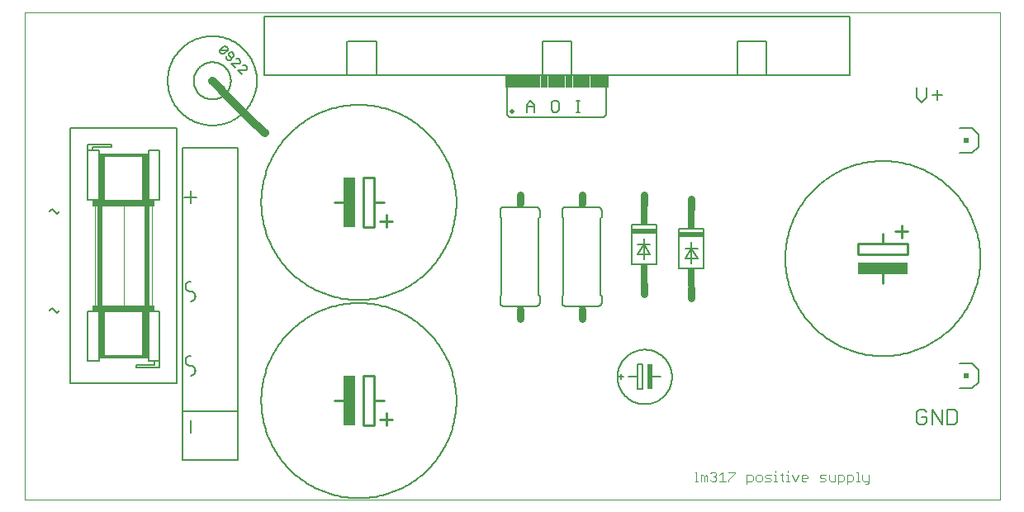
<source format=gto>
G75*
%MOIN*%
%OFA0B0*%
%FSLAX25Y25*%
%IPPOS*%
%LPD*%
%AMOC8*
5,1,8,0,0,1.08239X$1,22.5*
%
%ADD10C,0.00300*%
%ADD11C,0.00500*%
%ADD12C,0.00600*%
%ADD13C,0.00200*%
%ADD14R,0.16000X0.01500*%
%ADD15R,0.00500X0.03500*%
%ADD16R,0.04500X0.02500*%
%ADD17R,0.16000X0.02500*%
%ADD18R,0.02000X0.40000*%
%ADD19R,0.00500X0.15500*%
%ADD20R,0.02000X0.19000*%
%ADD21C,0.03000*%
%ADD22R,0.03000X0.01100*%
%ADD23C,0.03200*%
%ADD24R,0.20200X0.03200*%
%ADD25C,0.00000*%
%ADD26C,0.00800*%
%ADD27R,0.02000X0.02000*%
%ADD28R,0.10000X0.02000*%
%ADD29R,0.03000X0.07500*%
%ADD30C,0.01000*%
%ADD31R,0.05000X0.20000*%
%ADD32R,0.20000X0.05000*%
%ADD33C,0.02000*%
%ADD34R,0.07500X0.05000*%
%ADD35R,0.07000X0.03000*%
%ADD36R,0.03000X0.05000*%
%ADD37R,0.07000X0.02000*%
%ADD38R,0.02000X0.10000*%
D10*
X0275738Y0015652D02*
X0276972Y0015652D01*
X0276355Y0015652D02*
X0276355Y0019355D01*
X0275738Y0019355D01*
X0278193Y0018121D02*
X0278810Y0018121D01*
X0279428Y0017504D01*
X0280045Y0018121D01*
X0280662Y0017504D01*
X0280662Y0015652D01*
X0279428Y0015652D02*
X0279428Y0017504D01*
X0278193Y0018121D02*
X0278193Y0015652D01*
X0281876Y0016269D02*
X0282493Y0015652D01*
X0283728Y0015652D01*
X0284345Y0016269D01*
X0284345Y0016886D01*
X0283728Y0017504D01*
X0283111Y0017504D01*
X0283728Y0017504D02*
X0284345Y0018121D01*
X0284345Y0018738D01*
X0283728Y0019355D01*
X0282493Y0019355D01*
X0281876Y0018738D01*
X0285559Y0018121D02*
X0286794Y0019355D01*
X0286794Y0015652D01*
X0288028Y0015652D02*
X0285559Y0015652D01*
X0289243Y0015652D02*
X0289243Y0016269D01*
X0291711Y0018738D01*
X0291711Y0019355D01*
X0289243Y0019355D01*
X0296609Y0018121D02*
X0298460Y0018121D01*
X0299078Y0017504D01*
X0299078Y0016269D01*
X0298460Y0015652D01*
X0296609Y0015652D01*
X0296609Y0014418D02*
X0296609Y0018121D01*
X0300292Y0017504D02*
X0300292Y0016269D01*
X0300909Y0015652D01*
X0302144Y0015652D01*
X0302761Y0016269D01*
X0302761Y0017504D01*
X0302144Y0018121D01*
X0300909Y0018121D01*
X0300292Y0017504D01*
X0303975Y0017504D02*
X0304592Y0016886D01*
X0305827Y0016886D01*
X0306444Y0016269D01*
X0305827Y0015652D01*
X0303975Y0015652D01*
X0303975Y0017504D02*
X0304592Y0018121D01*
X0306444Y0018121D01*
X0307658Y0018121D02*
X0308275Y0018121D01*
X0308275Y0015652D01*
X0307658Y0015652D02*
X0308893Y0015652D01*
X0310731Y0016269D02*
X0310731Y0018738D01*
X0310114Y0018121D02*
X0311348Y0018121D01*
X0312569Y0018121D02*
X0313186Y0018121D01*
X0313186Y0015652D01*
X0312569Y0015652D02*
X0313804Y0015652D01*
X0316259Y0015652D02*
X0317493Y0018121D01*
X0318708Y0017504D02*
X0318708Y0016269D01*
X0319325Y0015652D01*
X0320559Y0015652D01*
X0321176Y0016886D02*
X0318708Y0016886D01*
X0318708Y0017504D02*
X0319325Y0018121D01*
X0320559Y0018121D01*
X0321176Y0017504D01*
X0321176Y0016886D01*
X0316259Y0015652D02*
X0315025Y0018121D01*
X0313186Y0019355D02*
X0313186Y0019972D01*
X0308275Y0019972D02*
X0308275Y0019355D01*
X0310731Y0016269D02*
X0311348Y0015652D01*
X0326074Y0015652D02*
X0327926Y0015652D01*
X0328543Y0016269D01*
X0327926Y0016886D01*
X0326691Y0016886D01*
X0326074Y0017504D01*
X0326691Y0018121D01*
X0328543Y0018121D01*
X0329757Y0018121D02*
X0329757Y0016269D01*
X0330374Y0015652D01*
X0332226Y0015652D01*
X0332226Y0018121D01*
X0333440Y0018121D02*
X0335292Y0018121D01*
X0335909Y0017504D01*
X0335909Y0016269D01*
X0335292Y0015652D01*
X0333440Y0015652D01*
X0333440Y0014418D02*
X0333440Y0018121D01*
X0337123Y0018121D02*
X0338975Y0018121D01*
X0339592Y0017504D01*
X0339592Y0016269D01*
X0338975Y0015652D01*
X0337123Y0015652D01*
X0337123Y0014418D02*
X0337123Y0018121D01*
X0340807Y0019355D02*
X0341424Y0019355D01*
X0341424Y0015652D01*
X0340807Y0015652D02*
X0342041Y0015652D01*
X0343262Y0016269D02*
X0343879Y0015652D01*
X0345731Y0015652D01*
X0345731Y0015035D02*
X0345114Y0014418D01*
X0344496Y0014418D01*
X0345731Y0015035D02*
X0345731Y0018121D01*
X0343262Y0018121D02*
X0343262Y0016269D01*
D11*
X0366304Y0038390D02*
X0365287Y0039407D01*
X0365287Y0043477D01*
X0366304Y0044495D01*
X0368339Y0044495D01*
X0369357Y0043477D01*
X0369357Y0041442D02*
X0367322Y0041442D01*
X0369357Y0041442D02*
X0369357Y0039407D01*
X0368339Y0038390D01*
X0366304Y0038390D01*
X0371364Y0038390D02*
X0371364Y0044495D01*
X0375434Y0038390D01*
X0375434Y0044495D01*
X0377441Y0044495D02*
X0380494Y0044495D01*
X0381511Y0043477D01*
X0381511Y0039407D01*
X0380494Y0038390D01*
X0377441Y0038390D01*
X0377441Y0044495D01*
X0229248Y0164650D02*
X0227747Y0164650D01*
X0228498Y0164650D02*
X0228498Y0169153D01*
X0229248Y0169153D02*
X0227747Y0169153D01*
X0220750Y0168403D02*
X0220750Y0165400D01*
X0219999Y0164650D01*
X0218498Y0164650D01*
X0217747Y0165400D01*
X0217747Y0168403D01*
X0218498Y0169153D01*
X0219999Y0169153D01*
X0220750Y0168403D01*
X0210750Y0167652D02*
X0210750Y0164650D01*
X0210750Y0166902D02*
X0207747Y0166902D01*
X0207747Y0167652D02*
X0209248Y0169153D01*
X0210750Y0167652D01*
X0207747Y0167652D02*
X0207747Y0164650D01*
X0214131Y0179557D02*
X0214131Y0193140D01*
X0225942Y0193140D01*
X0225942Y0179557D01*
X0214131Y0179557D01*
X0147202Y0179557D01*
X0135037Y0179557D01*
X0135037Y0193140D01*
X0135391Y0193140D02*
X0147202Y0193140D01*
X0147202Y0179557D01*
X0135037Y0179557D02*
X0101926Y0179557D01*
X0101926Y0203179D01*
X0338147Y0203179D01*
X0338147Y0179557D01*
X0304682Y0179557D01*
X0304682Y0193140D01*
X0292871Y0193140D01*
X0292871Y0179557D01*
X0304682Y0179557D01*
X0292871Y0179557D02*
X0225942Y0179557D01*
X0094898Y0181902D02*
X0094898Y0182728D01*
X0094072Y0183554D01*
X0093246Y0183554D01*
X0092293Y0184507D02*
X0092293Y0185332D01*
X0091468Y0186158D01*
X0090642Y0186158D01*
X0089689Y0187111D02*
X0089689Y0187937D01*
X0088863Y0188762D01*
X0088038Y0188762D01*
X0087625Y0188350D01*
X0087625Y0187524D01*
X0088863Y0186285D01*
X0088038Y0185460D02*
X0089689Y0187111D01*
X0088038Y0185460D02*
X0087212Y0185460D01*
X0086386Y0186285D01*
X0086386Y0187111D01*
X0085433Y0188064D02*
X0084608Y0188064D01*
X0083782Y0188890D01*
X0083782Y0189716D01*
X0087085Y0189716D01*
X0085433Y0188064D01*
X0083782Y0189716D02*
X0085433Y0191367D01*
X0086259Y0191367D01*
X0087085Y0190541D01*
X0087085Y0189716D01*
X0088578Y0184094D02*
X0091881Y0184094D01*
X0092293Y0184507D01*
X0090229Y0182443D02*
X0088578Y0184094D01*
X0091182Y0181490D02*
X0094485Y0181490D01*
X0094898Y0181902D01*
X0092834Y0179838D02*
X0091182Y0181490D01*
X0019357Y0124495D02*
X0018339Y0123477D01*
X0016304Y0125513D01*
X0015287Y0124495D01*
X0016304Y0085513D02*
X0018339Y0083477D01*
X0019357Y0084495D01*
X0016304Y0085513D02*
X0015287Y0084495D01*
X0365287Y0170425D02*
X0367322Y0168390D01*
X0369357Y0170425D01*
X0369357Y0174495D01*
X0371364Y0171442D02*
X0375434Y0171442D01*
X0373399Y0173477D02*
X0373399Y0169407D01*
X0365287Y0170425D02*
X0365287Y0174495D01*
D12*
X0279328Y0117715D02*
X0269328Y0117715D01*
X0269328Y0101715D01*
X0279328Y0101715D01*
X0279328Y0117715D01*
X0274328Y0112215D02*
X0274328Y0109715D01*
X0271828Y0109715D01*
X0274328Y0109715D02*
X0276828Y0109715D01*
X0274328Y0109715D02*
X0276828Y0105715D01*
X0271828Y0105715D01*
X0274328Y0109715D01*
X0274328Y0103715D01*
X0260037Y0103053D02*
X0260037Y0119053D01*
X0250037Y0119053D01*
X0250037Y0103053D01*
X0260037Y0103053D01*
X0255037Y0105053D02*
X0255037Y0111053D01*
X0252537Y0111053D01*
X0255037Y0111053D02*
X0255037Y0113553D01*
X0255037Y0111053D02*
X0257537Y0111053D01*
X0255037Y0111053D02*
X0257537Y0107053D01*
X0252537Y0107053D01*
X0255037Y0111053D01*
X0238037Y0122329D02*
X0237537Y0121829D01*
X0237537Y0090829D01*
X0238037Y0090329D01*
X0238037Y0087829D01*
X0238035Y0087753D01*
X0238029Y0087677D01*
X0238020Y0087602D01*
X0238006Y0087527D01*
X0237989Y0087453D01*
X0237968Y0087380D01*
X0237944Y0087308D01*
X0237915Y0087237D01*
X0237884Y0087168D01*
X0237849Y0087101D01*
X0237810Y0087036D01*
X0237768Y0086972D01*
X0237723Y0086911D01*
X0237675Y0086852D01*
X0237624Y0086796D01*
X0237570Y0086742D01*
X0237514Y0086691D01*
X0237455Y0086643D01*
X0237394Y0086598D01*
X0237330Y0086556D01*
X0237265Y0086517D01*
X0237198Y0086482D01*
X0237129Y0086451D01*
X0237058Y0086422D01*
X0236986Y0086398D01*
X0236913Y0086377D01*
X0236839Y0086360D01*
X0236764Y0086346D01*
X0236689Y0086337D01*
X0236613Y0086331D01*
X0236537Y0086329D01*
X0223537Y0086329D01*
X0223461Y0086331D01*
X0223385Y0086337D01*
X0223310Y0086346D01*
X0223235Y0086360D01*
X0223161Y0086377D01*
X0223088Y0086398D01*
X0223016Y0086422D01*
X0222945Y0086451D01*
X0222876Y0086482D01*
X0222809Y0086517D01*
X0222744Y0086556D01*
X0222680Y0086598D01*
X0222619Y0086643D01*
X0222560Y0086691D01*
X0222504Y0086742D01*
X0222450Y0086796D01*
X0222399Y0086852D01*
X0222351Y0086911D01*
X0222306Y0086972D01*
X0222264Y0087036D01*
X0222225Y0087101D01*
X0222190Y0087168D01*
X0222159Y0087237D01*
X0222130Y0087308D01*
X0222106Y0087380D01*
X0222085Y0087453D01*
X0222068Y0087527D01*
X0222054Y0087602D01*
X0222045Y0087677D01*
X0222039Y0087753D01*
X0222037Y0087829D01*
X0222037Y0090329D01*
X0222537Y0090829D01*
X0222537Y0121829D01*
X0222037Y0122329D01*
X0222037Y0124829D01*
X0222039Y0124905D01*
X0222045Y0124981D01*
X0222054Y0125056D01*
X0222068Y0125131D01*
X0222085Y0125205D01*
X0222106Y0125278D01*
X0222130Y0125350D01*
X0222159Y0125421D01*
X0222190Y0125490D01*
X0222225Y0125557D01*
X0222264Y0125622D01*
X0222306Y0125686D01*
X0222351Y0125747D01*
X0222399Y0125806D01*
X0222450Y0125862D01*
X0222504Y0125916D01*
X0222560Y0125967D01*
X0222619Y0126015D01*
X0222680Y0126060D01*
X0222744Y0126102D01*
X0222809Y0126141D01*
X0222876Y0126176D01*
X0222945Y0126207D01*
X0223016Y0126236D01*
X0223088Y0126260D01*
X0223161Y0126281D01*
X0223235Y0126298D01*
X0223310Y0126312D01*
X0223385Y0126321D01*
X0223461Y0126327D01*
X0223537Y0126329D01*
X0236537Y0126329D01*
X0236613Y0126327D01*
X0236689Y0126321D01*
X0236764Y0126312D01*
X0236839Y0126298D01*
X0236913Y0126281D01*
X0236986Y0126260D01*
X0237058Y0126236D01*
X0237129Y0126207D01*
X0237198Y0126176D01*
X0237265Y0126141D01*
X0237330Y0126102D01*
X0237394Y0126060D01*
X0237455Y0126015D01*
X0237514Y0125967D01*
X0237570Y0125916D01*
X0237624Y0125862D01*
X0237675Y0125806D01*
X0237723Y0125747D01*
X0237768Y0125686D01*
X0237810Y0125622D01*
X0237849Y0125557D01*
X0237884Y0125490D01*
X0237915Y0125421D01*
X0237944Y0125350D01*
X0237968Y0125278D01*
X0237989Y0125205D01*
X0238006Y0125131D01*
X0238020Y0125056D01*
X0238029Y0124981D01*
X0238035Y0124905D01*
X0238037Y0124829D01*
X0238037Y0122329D01*
X0213037Y0122329D02*
X0212537Y0121829D01*
X0212537Y0090829D01*
X0213037Y0090329D01*
X0213037Y0087829D01*
X0213035Y0087753D01*
X0213029Y0087677D01*
X0213020Y0087602D01*
X0213006Y0087527D01*
X0212989Y0087453D01*
X0212968Y0087380D01*
X0212944Y0087308D01*
X0212915Y0087237D01*
X0212884Y0087168D01*
X0212849Y0087101D01*
X0212810Y0087036D01*
X0212768Y0086972D01*
X0212723Y0086911D01*
X0212675Y0086852D01*
X0212624Y0086796D01*
X0212570Y0086742D01*
X0212514Y0086691D01*
X0212455Y0086643D01*
X0212394Y0086598D01*
X0212330Y0086556D01*
X0212265Y0086517D01*
X0212198Y0086482D01*
X0212129Y0086451D01*
X0212058Y0086422D01*
X0211986Y0086398D01*
X0211913Y0086377D01*
X0211839Y0086360D01*
X0211764Y0086346D01*
X0211689Y0086337D01*
X0211613Y0086331D01*
X0211537Y0086329D01*
X0198537Y0086329D01*
X0198461Y0086331D01*
X0198385Y0086337D01*
X0198310Y0086346D01*
X0198235Y0086360D01*
X0198161Y0086377D01*
X0198088Y0086398D01*
X0198016Y0086422D01*
X0197945Y0086451D01*
X0197876Y0086482D01*
X0197809Y0086517D01*
X0197744Y0086556D01*
X0197680Y0086598D01*
X0197619Y0086643D01*
X0197560Y0086691D01*
X0197504Y0086742D01*
X0197450Y0086796D01*
X0197399Y0086852D01*
X0197351Y0086911D01*
X0197306Y0086972D01*
X0197264Y0087036D01*
X0197225Y0087101D01*
X0197190Y0087168D01*
X0197159Y0087237D01*
X0197130Y0087308D01*
X0197106Y0087380D01*
X0197085Y0087453D01*
X0197068Y0087527D01*
X0197054Y0087602D01*
X0197045Y0087677D01*
X0197039Y0087753D01*
X0197037Y0087829D01*
X0197037Y0090329D01*
X0197537Y0090829D01*
X0197537Y0121829D01*
X0197037Y0122329D01*
X0197037Y0124829D01*
X0197039Y0124905D01*
X0197045Y0124981D01*
X0197054Y0125056D01*
X0197068Y0125131D01*
X0197085Y0125205D01*
X0197106Y0125278D01*
X0197130Y0125350D01*
X0197159Y0125421D01*
X0197190Y0125490D01*
X0197225Y0125557D01*
X0197264Y0125622D01*
X0197306Y0125686D01*
X0197351Y0125747D01*
X0197399Y0125806D01*
X0197450Y0125862D01*
X0197504Y0125916D01*
X0197560Y0125967D01*
X0197619Y0126015D01*
X0197680Y0126060D01*
X0197744Y0126102D01*
X0197809Y0126141D01*
X0197876Y0126176D01*
X0197945Y0126207D01*
X0198016Y0126236D01*
X0198088Y0126260D01*
X0198161Y0126281D01*
X0198235Y0126298D01*
X0198310Y0126312D01*
X0198385Y0126321D01*
X0198461Y0126327D01*
X0198537Y0126329D01*
X0211537Y0126329D01*
X0211613Y0126327D01*
X0211689Y0126321D01*
X0211764Y0126312D01*
X0211839Y0126298D01*
X0211913Y0126281D01*
X0211986Y0126260D01*
X0212058Y0126236D01*
X0212129Y0126207D01*
X0212198Y0126176D01*
X0212265Y0126141D01*
X0212330Y0126102D01*
X0212394Y0126060D01*
X0212455Y0126015D01*
X0212514Y0125967D01*
X0212570Y0125916D01*
X0212624Y0125862D01*
X0212675Y0125806D01*
X0212723Y0125747D01*
X0212768Y0125686D01*
X0212810Y0125622D01*
X0212849Y0125557D01*
X0212884Y0125490D01*
X0212915Y0125421D01*
X0212944Y0125350D01*
X0212968Y0125278D01*
X0212989Y0125205D01*
X0213006Y0125131D01*
X0213020Y0125056D01*
X0213029Y0124981D01*
X0213035Y0124905D01*
X0213037Y0124829D01*
X0213037Y0122329D01*
X0200997Y0162400D02*
X0199997Y0163400D01*
X0199997Y0174900D01*
X0200997Y0162400D02*
X0238997Y0162400D01*
X0239997Y0163400D01*
X0239997Y0174900D01*
X0100667Y0128140D02*
X0100679Y0129106D01*
X0100714Y0130072D01*
X0100774Y0131036D01*
X0100857Y0131999D01*
X0100963Y0132959D01*
X0101093Y0133917D01*
X0101247Y0134871D01*
X0101423Y0135821D01*
X0101624Y0136766D01*
X0101847Y0137706D01*
X0102093Y0138640D01*
X0102362Y0139569D01*
X0102654Y0140490D01*
X0102968Y0141403D01*
X0103305Y0142309D01*
X0103664Y0143206D01*
X0104045Y0144094D01*
X0104447Y0144973D01*
X0104871Y0145841D01*
X0105316Y0146699D01*
X0105782Y0147545D01*
X0106268Y0148380D01*
X0106775Y0149203D01*
X0107302Y0150013D01*
X0107849Y0150810D01*
X0108415Y0151593D01*
X0109000Y0152362D01*
X0109604Y0153116D01*
X0110226Y0153855D01*
X0110866Y0154579D01*
X0111523Y0155287D01*
X0112198Y0155979D01*
X0112890Y0156654D01*
X0113598Y0157311D01*
X0114322Y0157951D01*
X0115061Y0158573D01*
X0115815Y0159177D01*
X0116584Y0159762D01*
X0117367Y0160328D01*
X0118164Y0160875D01*
X0118974Y0161402D01*
X0119797Y0161909D01*
X0120632Y0162395D01*
X0121478Y0162861D01*
X0122336Y0163306D01*
X0123204Y0163730D01*
X0124083Y0164132D01*
X0124971Y0164513D01*
X0125868Y0164872D01*
X0126774Y0165209D01*
X0127687Y0165523D01*
X0128608Y0165815D01*
X0129537Y0166084D01*
X0130471Y0166330D01*
X0131411Y0166553D01*
X0132356Y0166754D01*
X0133306Y0166930D01*
X0134260Y0167084D01*
X0135218Y0167214D01*
X0136178Y0167320D01*
X0137141Y0167403D01*
X0138105Y0167463D01*
X0139071Y0167498D01*
X0140037Y0167510D01*
X0141003Y0167498D01*
X0141969Y0167463D01*
X0142933Y0167403D01*
X0143896Y0167320D01*
X0144856Y0167214D01*
X0145814Y0167084D01*
X0146768Y0166930D01*
X0147718Y0166754D01*
X0148663Y0166553D01*
X0149603Y0166330D01*
X0150537Y0166084D01*
X0151466Y0165815D01*
X0152387Y0165523D01*
X0153300Y0165209D01*
X0154206Y0164872D01*
X0155103Y0164513D01*
X0155991Y0164132D01*
X0156870Y0163730D01*
X0157738Y0163306D01*
X0158596Y0162861D01*
X0159442Y0162395D01*
X0160277Y0161909D01*
X0161100Y0161402D01*
X0161910Y0160875D01*
X0162707Y0160328D01*
X0163490Y0159762D01*
X0164259Y0159177D01*
X0165013Y0158573D01*
X0165752Y0157951D01*
X0166476Y0157311D01*
X0167184Y0156654D01*
X0167876Y0155979D01*
X0168551Y0155287D01*
X0169208Y0154579D01*
X0169848Y0153855D01*
X0170470Y0153116D01*
X0171074Y0152362D01*
X0171659Y0151593D01*
X0172225Y0150810D01*
X0172772Y0150013D01*
X0173299Y0149203D01*
X0173806Y0148380D01*
X0174292Y0147545D01*
X0174758Y0146699D01*
X0175203Y0145841D01*
X0175627Y0144973D01*
X0176029Y0144094D01*
X0176410Y0143206D01*
X0176769Y0142309D01*
X0177106Y0141403D01*
X0177420Y0140490D01*
X0177712Y0139569D01*
X0177981Y0138640D01*
X0178227Y0137706D01*
X0178450Y0136766D01*
X0178651Y0135821D01*
X0178827Y0134871D01*
X0178981Y0133917D01*
X0179111Y0132959D01*
X0179217Y0131999D01*
X0179300Y0131036D01*
X0179360Y0130072D01*
X0179395Y0129106D01*
X0179407Y0128140D01*
X0179395Y0127174D01*
X0179360Y0126208D01*
X0179300Y0125244D01*
X0179217Y0124281D01*
X0179111Y0123321D01*
X0178981Y0122363D01*
X0178827Y0121409D01*
X0178651Y0120459D01*
X0178450Y0119514D01*
X0178227Y0118574D01*
X0177981Y0117640D01*
X0177712Y0116711D01*
X0177420Y0115790D01*
X0177106Y0114877D01*
X0176769Y0113971D01*
X0176410Y0113074D01*
X0176029Y0112186D01*
X0175627Y0111307D01*
X0175203Y0110439D01*
X0174758Y0109581D01*
X0174292Y0108735D01*
X0173806Y0107900D01*
X0173299Y0107077D01*
X0172772Y0106267D01*
X0172225Y0105470D01*
X0171659Y0104687D01*
X0171074Y0103918D01*
X0170470Y0103164D01*
X0169848Y0102425D01*
X0169208Y0101701D01*
X0168551Y0100993D01*
X0167876Y0100301D01*
X0167184Y0099626D01*
X0166476Y0098969D01*
X0165752Y0098329D01*
X0165013Y0097707D01*
X0164259Y0097103D01*
X0163490Y0096518D01*
X0162707Y0095952D01*
X0161910Y0095405D01*
X0161100Y0094878D01*
X0160277Y0094371D01*
X0159442Y0093885D01*
X0158596Y0093419D01*
X0157738Y0092974D01*
X0156870Y0092550D01*
X0155991Y0092148D01*
X0155103Y0091767D01*
X0154206Y0091408D01*
X0153300Y0091071D01*
X0152387Y0090757D01*
X0151466Y0090465D01*
X0150537Y0090196D01*
X0149603Y0089950D01*
X0148663Y0089727D01*
X0147718Y0089526D01*
X0146768Y0089350D01*
X0145814Y0089196D01*
X0144856Y0089066D01*
X0143896Y0088960D01*
X0142933Y0088877D01*
X0141969Y0088817D01*
X0141003Y0088782D01*
X0140037Y0088770D01*
X0139071Y0088782D01*
X0138105Y0088817D01*
X0137141Y0088877D01*
X0136178Y0088960D01*
X0135218Y0089066D01*
X0134260Y0089196D01*
X0133306Y0089350D01*
X0132356Y0089526D01*
X0131411Y0089727D01*
X0130471Y0089950D01*
X0129537Y0090196D01*
X0128608Y0090465D01*
X0127687Y0090757D01*
X0126774Y0091071D01*
X0125868Y0091408D01*
X0124971Y0091767D01*
X0124083Y0092148D01*
X0123204Y0092550D01*
X0122336Y0092974D01*
X0121478Y0093419D01*
X0120632Y0093885D01*
X0119797Y0094371D01*
X0118974Y0094878D01*
X0118164Y0095405D01*
X0117367Y0095952D01*
X0116584Y0096518D01*
X0115815Y0097103D01*
X0115061Y0097707D01*
X0114322Y0098329D01*
X0113598Y0098969D01*
X0112890Y0099626D01*
X0112198Y0100301D01*
X0111523Y0100993D01*
X0110866Y0101701D01*
X0110226Y0102425D01*
X0109604Y0103164D01*
X0109000Y0103918D01*
X0108415Y0104687D01*
X0107849Y0105470D01*
X0107302Y0106267D01*
X0106775Y0107077D01*
X0106268Y0107900D01*
X0105782Y0108735D01*
X0105316Y0109581D01*
X0104871Y0110439D01*
X0104447Y0111307D01*
X0104045Y0112186D01*
X0103664Y0113074D01*
X0103305Y0113971D01*
X0102968Y0114877D01*
X0102654Y0115790D01*
X0102362Y0116711D01*
X0102093Y0117640D01*
X0101847Y0118574D01*
X0101624Y0119514D01*
X0101423Y0120459D01*
X0101247Y0121409D01*
X0101093Y0122363D01*
X0100963Y0123321D01*
X0100857Y0124281D01*
X0100774Y0125244D01*
X0100714Y0126208D01*
X0100679Y0127174D01*
X0100667Y0128140D01*
X0074537Y0130289D02*
X0069537Y0130289D01*
X0072037Y0132789D02*
X0072037Y0127789D01*
X0059537Y0129065D02*
X0055037Y0129065D01*
X0055037Y0149065D01*
X0059537Y0149065D01*
X0059537Y0129065D01*
X0035037Y0129065D02*
X0030537Y0129065D01*
X0030537Y0149065D01*
X0030537Y0151565D01*
X0037037Y0151565D01*
X0040037Y0151565D01*
X0040037Y0150565D01*
X0037037Y0150565D01*
X0032537Y0150565D01*
X0032537Y0149065D01*
X0035037Y0149065D01*
X0035037Y0129065D01*
X0032537Y0149065D02*
X0030537Y0149065D01*
X0037037Y0158065D02*
X0023537Y0158065D01*
X0023537Y0055065D01*
X0037037Y0055065D01*
X0053037Y0055065D01*
X0066537Y0055065D01*
X0066537Y0158065D01*
X0053037Y0158065D01*
X0037037Y0158065D01*
X0069013Y0150069D02*
X0069013Y0024085D01*
X0091060Y0024085D01*
X0091060Y0150069D01*
X0069013Y0150069D01*
X0073394Y0177282D02*
X0073396Y0177466D01*
X0073403Y0177650D01*
X0073414Y0177834D01*
X0073430Y0178017D01*
X0073450Y0178200D01*
X0073475Y0178382D01*
X0073504Y0178564D01*
X0073538Y0178745D01*
X0073576Y0178925D01*
X0073619Y0179104D01*
X0073666Y0179282D01*
X0073717Y0179459D01*
X0073773Y0179635D01*
X0073832Y0179809D01*
X0073897Y0179981D01*
X0073965Y0180152D01*
X0074037Y0180321D01*
X0074114Y0180489D01*
X0074195Y0180654D01*
X0074280Y0180817D01*
X0074368Y0180979D01*
X0074461Y0181138D01*
X0074558Y0181294D01*
X0074658Y0181449D01*
X0074762Y0181601D01*
X0074870Y0181750D01*
X0074981Y0181896D01*
X0075096Y0182040D01*
X0075215Y0182181D01*
X0075337Y0182319D01*
X0075462Y0182454D01*
X0075591Y0182585D01*
X0075722Y0182714D01*
X0075857Y0182839D01*
X0075995Y0182961D01*
X0076136Y0183080D01*
X0076280Y0183195D01*
X0076426Y0183306D01*
X0076575Y0183414D01*
X0076727Y0183518D01*
X0076882Y0183618D01*
X0077038Y0183715D01*
X0077197Y0183808D01*
X0077359Y0183896D01*
X0077522Y0183981D01*
X0077687Y0184062D01*
X0077855Y0184139D01*
X0078024Y0184211D01*
X0078195Y0184279D01*
X0078367Y0184344D01*
X0078541Y0184403D01*
X0078717Y0184459D01*
X0078894Y0184510D01*
X0079072Y0184557D01*
X0079251Y0184600D01*
X0079431Y0184638D01*
X0079612Y0184672D01*
X0079794Y0184701D01*
X0079976Y0184726D01*
X0080159Y0184746D01*
X0080342Y0184762D01*
X0080526Y0184773D01*
X0080710Y0184780D01*
X0080894Y0184782D01*
X0081078Y0184780D01*
X0081262Y0184773D01*
X0081446Y0184762D01*
X0081629Y0184746D01*
X0081812Y0184726D01*
X0081994Y0184701D01*
X0082176Y0184672D01*
X0082357Y0184638D01*
X0082537Y0184600D01*
X0082716Y0184557D01*
X0082894Y0184510D01*
X0083071Y0184459D01*
X0083247Y0184403D01*
X0083421Y0184344D01*
X0083593Y0184279D01*
X0083764Y0184211D01*
X0083933Y0184139D01*
X0084101Y0184062D01*
X0084266Y0183981D01*
X0084429Y0183896D01*
X0084591Y0183808D01*
X0084750Y0183715D01*
X0084906Y0183618D01*
X0085061Y0183518D01*
X0085213Y0183414D01*
X0085362Y0183306D01*
X0085508Y0183195D01*
X0085652Y0183080D01*
X0085793Y0182961D01*
X0085931Y0182839D01*
X0086066Y0182714D01*
X0086197Y0182585D01*
X0086326Y0182454D01*
X0086451Y0182319D01*
X0086573Y0182181D01*
X0086692Y0182040D01*
X0086807Y0181896D01*
X0086918Y0181750D01*
X0087026Y0181601D01*
X0087130Y0181449D01*
X0087230Y0181294D01*
X0087327Y0181138D01*
X0087420Y0180979D01*
X0087508Y0180817D01*
X0087593Y0180654D01*
X0087674Y0180489D01*
X0087751Y0180321D01*
X0087823Y0180152D01*
X0087891Y0179981D01*
X0087956Y0179809D01*
X0088015Y0179635D01*
X0088071Y0179459D01*
X0088122Y0179282D01*
X0088169Y0179104D01*
X0088212Y0178925D01*
X0088250Y0178745D01*
X0088284Y0178564D01*
X0088313Y0178382D01*
X0088338Y0178200D01*
X0088358Y0178017D01*
X0088374Y0177834D01*
X0088385Y0177650D01*
X0088392Y0177466D01*
X0088394Y0177282D01*
X0088392Y0177098D01*
X0088385Y0176914D01*
X0088374Y0176730D01*
X0088358Y0176547D01*
X0088338Y0176364D01*
X0088313Y0176182D01*
X0088284Y0176000D01*
X0088250Y0175819D01*
X0088212Y0175639D01*
X0088169Y0175460D01*
X0088122Y0175282D01*
X0088071Y0175105D01*
X0088015Y0174929D01*
X0087956Y0174755D01*
X0087891Y0174583D01*
X0087823Y0174412D01*
X0087751Y0174243D01*
X0087674Y0174075D01*
X0087593Y0173910D01*
X0087508Y0173747D01*
X0087420Y0173585D01*
X0087327Y0173426D01*
X0087230Y0173270D01*
X0087130Y0173115D01*
X0087026Y0172963D01*
X0086918Y0172814D01*
X0086807Y0172668D01*
X0086692Y0172524D01*
X0086573Y0172383D01*
X0086451Y0172245D01*
X0086326Y0172110D01*
X0086197Y0171979D01*
X0086066Y0171850D01*
X0085931Y0171725D01*
X0085793Y0171603D01*
X0085652Y0171484D01*
X0085508Y0171369D01*
X0085362Y0171258D01*
X0085213Y0171150D01*
X0085061Y0171046D01*
X0084906Y0170946D01*
X0084750Y0170849D01*
X0084591Y0170756D01*
X0084429Y0170668D01*
X0084266Y0170583D01*
X0084101Y0170502D01*
X0083933Y0170425D01*
X0083764Y0170353D01*
X0083593Y0170285D01*
X0083421Y0170220D01*
X0083247Y0170161D01*
X0083071Y0170105D01*
X0082894Y0170054D01*
X0082716Y0170007D01*
X0082537Y0169964D01*
X0082357Y0169926D01*
X0082176Y0169892D01*
X0081994Y0169863D01*
X0081812Y0169838D01*
X0081629Y0169818D01*
X0081446Y0169802D01*
X0081262Y0169791D01*
X0081078Y0169784D01*
X0080894Y0169782D01*
X0080710Y0169784D01*
X0080526Y0169791D01*
X0080342Y0169802D01*
X0080159Y0169818D01*
X0079976Y0169838D01*
X0079794Y0169863D01*
X0079612Y0169892D01*
X0079431Y0169926D01*
X0079251Y0169964D01*
X0079072Y0170007D01*
X0078894Y0170054D01*
X0078717Y0170105D01*
X0078541Y0170161D01*
X0078367Y0170220D01*
X0078195Y0170285D01*
X0078024Y0170353D01*
X0077855Y0170425D01*
X0077687Y0170502D01*
X0077522Y0170583D01*
X0077359Y0170668D01*
X0077197Y0170756D01*
X0077038Y0170849D01*
X0076882Y0170946D01*
X0076727Y0171046D01*
X0076575Y0171150D01*
X0076426Y0171258D01*
X0076280Y0171369D01*
X0076136Y0171484D01*
X0075995Y0171603D01*
X0075857Y0171725D01*
X0075722Y0171850D01*
X0075591Y0171979D01*
X0075462Y0172110D01*
X0075337Y0172245D01*
X0075215Y0172383D01*
X0075096Y0172524D01*
X0074981Y0172668D01*
X0074870Y0172814D01*
X0074762Y0172963D01*
X0074658Y0173115D01*
X0074558Y0173270D01*
X0074461Y0173426D01*
X0074368Y0173585D01*
X0074280Y0173747D01*
X0074195Y0173910D01*
X0074114Y0174075D01*
X0074037Y0174243D01*
X0073965Y0174412D01*
X0073897Y0174583D01*
X0073832Y0174755D01*
X0073773Y0174929D01*
X0073717Y0175105D01*
X0073666Y0175282D01*
X0073619Y0175460D01*
X0073576Y0175639D01*
X0073538Y0175819D01*
X0073504Y0176000D01*
X0073475Y0176182D01*
X0073450Y0176364D01*
X0073430Y0176547D01*
X0073414Y0176730D01*
X0073403Y0176914D01*
X0073396Y0177098D01*
X0073394Y0177282D01*
X0062894Y0177282D02*
X0062899Y0177724D01*
X0062916Y0178165D01*
X0062943Y0178606D01*
X0062981Y0179046D01*
X0063029Y0179485D01*
X0063089Y0179923D01*
X0063159Y0180359D01*
X0063240Y0180794D01*
X0063331Y0181226D01*
X0063433Y0181656D01*
X0063546Y0182083D01*
X0063669Y0182507D01*
X0063802Y0182928D01*
X0063946Y0183346D01*
X0064100Y0183760D01*
X0064264Y0184170D01*
X0064438Y0184576D01*
X0064622Y0184978D01*
X0064816Y0185375D01*
X0065019Y0185767D01*
X0065232Y0186154D01*
X0065455Y0186536D01*
X0065687Y0186912D01*
X0065928Y0187282D01*
X0066177Y0187647D01*
X0066436Y0188005D01*
X0066704Y0188356D01*
X0066980Y0188701D01*
X0067264Y0189039D01*
X0067557Y0189370D01*
X0067858Y0189694D01*
X0068166Y0190010D01*
X0068482Y0190318D01*
X0068806Y0190619D01*
X0069137Y0190912D01*
X0069475Y0191196D01*
X0069820Y0191472D01*
X0070171Y0191740D01*
X0070529Y0191999D01*
X0070894Y0192248D01*
X0071264Y0192489D01*
X0071640Y0192721D01*
X0072022Y0192944D01*
X0072409Y0193157D01*
X0072801Y0193360D01*
X0073198Y0193554D01*
X0073600Y0193738D01*
X0074006Y0193912D01*
X0074416Y0194076D01*
X0074830Y0194230D01*
X0075248Y0194374D01*
X0075669Y0194507D01*
X0076093Y0194630D01*
X0076520Y0194743D01*
X0076950Y0194845D01*
X0077382Y0194936D01*
X0077817Y0195017D01*
X0078253Y0195087D01*
X0078691Y0195147D01*
X0079130Y0195195D01*
X0079570Y0195233D01*
X0080011Y0195260D01*
X0080452Y0195277D01*
X0080894Y0195282D01*
X0081336Y0195277D01*
X0081777Y0195260D01*
X0082218Y0195233D01*
X0082658Y0195195D01*
X0083097Y0195147D01*
X0083535Y0195087D01*
X0083971Y0195017D01*
X0084406Y0194936D01*
X0084838Y0194845D01*
X0085268Y0194743D01*
X0085695Y0194630D01*
X0086119Y0194507D01*
X0086540Y0194374D01*
X0086958Y0194230D01*
X0087372Y0194076D01*
X0087782Y0193912D01*
X0088188Y0193738D01*
X0088590Y0193554D01*
X0088987Y0193360D01*
X0089379Y0193157D01*
X0089766Y0192944D01*
X0090148Y0192721D01*
X0090524Y0192489D01*
X0090894Y0192248D01*
X0091259Y0191999D01*
X0091617Y0191740D01*
X0091968Y0191472D01*
X0092313Y0191196D01*
X0092651Y0190912D01*
X0092982Y0190619D01*
X0093306Y0190318D01*
X0093622Y0190010D01*
X0093930Y0189694D01*
X0094231Y0189370D01*
X0094524Y0189039D01*
X0094808Y0188701D01*
X0095084Y0188356D01*
X0095352Y0188005D01*
X0095611Y0187647D01*
X0095860Y0187282D01*
X0096101Y0186912D01*
X0096333Y0186536D01*
X0096556Y0186154D01*
X0096769Y0185767D01*
X0096972Y0185375D01*
X0097166Y0184978D01*
X0097350Y0184576D01*
X0097524Y0184170D01*
X0097688Y0183760D01*
X0097842Y0183346D01*
X0097986Y0182928D01*
X0098119Y0182507D01*
X0098242Y0182083D01*
X0098355Y0181656D01*
X0098457Y0181226D01*
X0098548Y0180794D01*
X0098629Y0180359D01*
X0098699Y0179923D01*
X0098759Y0179485D01*
X0098807Y0179046D01*
X0098845Y0178606D01*
X0098872Y0178165D01*
X0098889Y0177724D01*
X0098894Y0177282D01*
X0098889Y0176840D01*
X0098872Y0176399D01*
X0098845Y0175958D01*
X0098807Y0175518D01*
X0098759Y0175079D01*
X0098699Y0174641D01*
X0098629Y0174205D01*
X0098548Y0173770D01*
X0098457Y0173338D01*
X0098355Y0172908D01*
X0098242Y0172481D01*
X0098119Y0172057D01*
X0097986Y0171636D01*
X0097842Y0171218D01*
X0097688Y0170804D01*
X0097524Y0170394D01*
X0097350Y0169988D01*
X0097166Y0169586D01*
X0096972Y0169189D01*
X0096769Y0168797D01*
X0096556Y0168410D01*
X0096333Y0168028D01*
X0096101Y0167652D01*
X0095860Y0167282D01*
X0095611Y0166917D01*
X0095352Y0166559D01*
X0095084Y0166208D01*
X0094808Y0165863D01*
X0094524Y0165525D01*
X0094231Y0165194D01*
X0093930Y0164870D01*
X0093622Y0164554D01*
X0093306Y0164246D01*
X0092982Y0163945D01*
X0092651Y0163652D01*
X0092313Y0163368D01*
X0091968Y0163092D01*
X0091617Y0162824D01*
X0091259Y0162565D01*
X0090894Y0162316D01*
X0090524Y0162075D01*
X0090148Y0161843D01*
X0089766Y0161620D01*
X0089379Y0161407D01*
X0088987Y0161204D01*
X0088590Y0161010D01*
X0088188Y0160826D01*
X0087782Y0160652D01*
X0087372Y0160488D01*
X0086958Y0160334D01*
X0086540Y0160190D01*
X0086119Y0160057D01*
X0085695Y0159934D01*
X0085268Y0159821D01*
X0084838Y0159719D01*
X0084406Y0159628D01*
X0083971Y0159547D01*
X0083535Y0159477D01*
X0083097Y0159417D01*
X0082658Y0159369D01*
X0082218Y0159331D01*
X0081777Y0159304D01*
X0081336Y0159287D01*
X0080894Y0159282D01*
X0080452Y0159287D01*
X0080011Y0159304D01*
X0079570Y0159331D01*
X0079130Y0159369D01*
X0078691Y0159417D01*
X0078253Y0159477D01*
X0077817Y0159547D01*
X0077382Y0159628D01*
X0076950Y0159719D01*
X0076520Y0159821D01*
X0076093Y0159934D01*
X0075669Y0160057D01*
X0075248Y0160190D01*
X0074830Y0160334D01*
X0074416Y0160488D01*
X0074006Y0160652D01*
X0073600Y0160826D01*
X0073198Y0161010D01*
X0072801Y0161204D01*
X0072409Y0161407D01*
X0072022Y0161620D01*
X0071640Y0161843D01*
X0071264Y0162075D01*
X0070894Y0162316D01*
X0070529Y0162565D01*
X0070171Y0162824D01*
X0069820Y0163092D01*
X0069475Y0163368D01*
X0069137Y0163652D01*
X0068806Y0163945D01*
X0068482Y0164246D01*
X0068166Y0164554D01*
X0067858Y0164870D01*
X0067557Y0165194D01*
X0067264Y0165525D01*
X0066980Y0165863D01*
X0066704Y0166208D01*
X0066436Y0166559D01*
X0066177Y0166917D01*
X0065928Y0167282D01*
X0065687Y0167652D01*
X0065455Y0168028D01*
X0065232Y0168410D01*
X0065019Y0168797D01*
X0064816Y0169189D01*
X0064622Y0169586D01*
X0064438Y0169988D01*
X0064264Y0170394D01*
X0064100Y0170804D01*
X0063946Y0171218D01*
X0063802Y0171636D01*
X0063669Y0172057D01*
X0063546Y0172481D01*
X0063433Y0172908D01*
X0063331Y0173338D01*
X0063240Y0173770D01*
X0063159Y0174205D01*
X0063089Y0174641D01*
X0063029Y0175079D01*
X0062981Y0175518D01*
X0062943Y0175958D01*
X0062916Y0176399D01*
X0062899Y0176840D01*
X0062894Y0177282D01*
X0072037Y0096289D02*
X0071949Y0096287D01*
X0071860Y0096281D01*
X0071772Y0096271D01*
X0071685Y0096258D01*
X0071598Y0096240D01*
X0071512Y0096219D01*
X0071427Y0096194D01*
X0071344Y0096165D01*
X0071261Y0096132D01*
X0071181Y0096096D01*
X0071102Y0096057D01*
X0071024Y0096014D01*
X0070949Y0095967D01*
X0070876Y0095917D01*
X0070805Y0095864D01*
X0070736Y0095808D01*
X0070670Y0095749D01*
X0070607Y0095687D01*
X0070547Y0095623D01*
X0070489Y0095556D01*
X0070435Y0095486D01*
X0070383Y0095414D01*
X0070335Y0095340D01*
X0070290Y0095263D01*
X0070249Y0095185D01*
X0070211Y0095105D01*
X0070177Y0095024D01*
X0070146Y0094941D01*
X0070119Y0094856D01*
X0070096Y0094771D01*
X0070077Y0094685D01*
X0070061Y0094597D01*
X0070049Y0094510D01*
X0070041Y0094422D01*
X0070037Y0094333D01*
X0070037Y0094245D01*
X0070041Y0094156D01*
X0070049Y0094068D01*
X0070061Y0093981D01*
X0070077Y0093893D01*
X0070096Y0093807D01*
X0070119Y0093722D01*
X0070146Y0093637D01*
X0070177Y0093554D01*
X0070211Y0093473D01*
X0070249Y0093393D01*
X0070290Y0093315D01*
X0070335Y0093238D01*
X0070383Y0093164D01*
X0070435Y0093092D01*
X0070489Y0093022D01*
X0070547Y0092955D01*
X0070607Y0092891D01*
X0070670Y0092829D01*
X0070736Y0092770D01*
X0070805Y0092714D01*
X0070876Y0092661D01*
X0070949Y0092611D01*
X0071024Y0092564D01*
X0071102Y0092521D01*
X0071181Y0092482D01*
X0071261Y0092446D01*
X0071344Y0092413D01*
X0071427Y0092384D01*
X0071512Y0092359D01*
X0071598Y0092338D01*
X0071685Y0092320D01*
X0071772Y0092307D01*
X0071860Y0092297D01*
X0071949Y0092291D01*
X0072037Y0092289D01*
X0072125Y0092287D01*
X0072214Y0092281D01*
X0072302Y0092271D01*
X0072389Y0092258D01*
X0072476Y0092240D01*
X0072562Y0092219D01*
X0072647Y0092194D01*
X0072730Y0092165D01*
X0072813Y0092132D01*
X0072893Y0092096D01*
X0072972Y0092057D01*
X0073050Y0092014D01*
X0073125Y0091967D01*
X0073198Y0091917D01*
X0073269Y0091864D01*
X0073338Y0091808D01*
X0073404Y0091749D01*
X0073467Y0091687D01*
X0073527Y0091623D01*
X0073585Y0091556D01*
X0073639Y0091486D01*
X0073691Y0091414D01*
X0073739Y0091340D01*
X0073784Y0091263D01*
X0073825Y0091185D01*
X0073863Y0091105D01*
X0073897Y0091024D01*
X0073928Y0090941D01*
X0073955Y0090856D01*
X0073978Y0090771D01*
X0073997Y0090685D01*
X0074013Y0090597D01*
X0074025Y0090510D01*
X0074033Y0090422D01*
X0074037Y0090333D01*
X0074037Y0090245D01*
X0074033Y0090156D01*
X0074025Y0090068D01*
X0074013Y0089981D01*
X0073997Y0089893D01*
X0073978Y0089807D01*
X0073955Y0089722D01*
X0073928Y0089637D01*
X0073897Y0089554D01*
X0073863Y0089473D01*
X0073825Y0089393D01*
X0073784Y0089315D01*
X0073739Y0089238D01*
X0073691Y0089164D01*
X0073639Y0089092D01*
X0073585Y0089022D01*
X0073527Y0088955D01*
X0073467Y0088891D01*
X0073404Y0088829D01*
X0073338Y0088770D01*
X0073269Y0088714D01*
X0073198Y0088661D01*
X0073125Y0088611D01*
X0073050Y0088564D01*
X0072972Y0088521D01*
X0072893Y0088482D01*
X0072813Y0088446D01*
X0072730Y0088413D01*
X0072647Y0088384D01*
X0072562Y0088359D01*
X0072476Y0088338D01*
X0072389Y0088320D01*
X0072302Y0088307D01*
X0072214Y0088297D01*
X0072125Y0088291D01*
X0072037Y0088289D01*
X0059537Y0084065D02*
X0055037Y0084065D01*
X0055037Y0064065D01*
X0057537Y0064065D01*
X0057537Y0062565D01*
X0053037Y0062565D01*
X0050037Y0062565D01*
X0050037Y0061565D01*
X0053037Y0061565D01*
X0059537Y0061565D01*
X0059537Y0064065D01*
X0059537Y0084065D01*
X0035037Y0084065D02*
X0030537Y0084065D01*
X0030537Y0064065D01*
X0035037Y0064065D01*
X0035037Y0084065D01*
X0057537Y0064065D02*
X0059537Y0064065D01*
X0072037Y0062289D02*
X0071949Y0062291D01*
X0071860Y0062297D01*
X0071772Y0062307D01*
X0071685Y0062320D01*
X0071598Y0062338D01*
X0071512Y0062359D01*
X0071427Y0062384D01*
X0071344Y0062413D01*
X0071261Y0062446D01*
X0071181Y0062482D01*
X0071102Y0062521D01*
X0071024Y0062564D01*
X0070949Y0062611D01*
X0070876Y0062661D01*
X0070805Y0062714D01*
X0070736Y0062770D01*
X0070670Y0062829D01*
X0070607Y0062891D01*
X0070547Y0062955D01*
X0070489Y0063022D01*
X0070435Y0063092D01*
X0070383Y0063164D01*
X0070335Y0063238D01*
X0070290Y0063315D01*
X0070249Y0063393D01*
X0070211Y0063473D01*
X0070177Y0063554D01*
X0070146Y0063637D01*
X0070119Y0063722D01*
X0070096Y0063807D01*
X0070077Y0063893D01*
X0070061Y0063981D01*
X0070049Y0064068D01*
X0070041Y0064156D01*
X0070037Y0064245D01*
X0070037Y0064333D01*
X0070041Y0064422D01*
X0070049Y0064510D01*
X0070061Y0064597D01*
X0070077Y0064685D01*
X0070096Y0064771D01*
X0070119Y0064856D01*
X0070146Y0064941D01*
X0070177Y0065024D01*
X0070211Y0065105D01*
X0070249Y0065185D01*
X0070290Y0065263D01*
X0070335Y0065340D01*
X0070383Y0065414D01*
X0070435Y0065486D01*
X0070489Y0065556D01*
X0070547Y0065623D01*
X0070607Y0065687D01*
X0070670Y0065749D01*
X0070736Y0065808D01*
X0070805Y0065864D01*
X0070876Y0065917D01*
X0070949Y0065967D01*
X0071024Y0066014D01*
X0071102Y0066057D01*
X0071181Y0066096D01*
X0071261Y0066132D01*
X0071344Y0066165D01*
X0071427Y0066194D01*
X0071512Y0066219D01*
X0071598Y0066240D01*
X0071685Y0066258D01*
X0071772Y0066271D01*
X0071860Y0066281D01*
X0071949Y0066287D01*
X0072037Y0066289D01*
X0072037Y0062289D02*
X0072125Y0062287D01*
X0072214Y0062281D01*
X0072302Y0062271D01*
X0072389Y0062258D01*
X0072476Y0062240D01*
X0072562Y0062219D01*
X0072647Y0062194D01*
X0072730Y0062165D01*
X0072813Y0062132D01*
X0072893Y0062096D01*
X0072972Y0062057D01*
X0073050Y0062014D01*
X0073125Y0061967D01*
X0073198Y0061917D01*
X0073269Y0061864D01*
X0073338Y0061808D01*
X0073404Y0061749D01*
X0073467Y0061687D01*
X0073527Y0061623D01*
X0073585Y0061556D01*
X0073639Y0061486D01*
X0073691Y0061414D01*
X0073739Y0061340D01*
X0073784Y0061263D01*
X0073825Y0061185D01*
X0073863Y0061105D01*
X0073897Y0061024D01*
X0073928Y0060941D01*
X0073955Y0060856D01*
X0073978Y0060771D01*
X0073997Y0060685D01*
X0074013Y0060597D01*
X0074025Y0060510D01*
X0074033Y0060422D01*
X0074037Y0060333D01*
X0074037Y0060245D01*
X0074033Y0060156D01*
X0074025Y0060068D01*
X0074013Y0059981D01*
X0073997Y0059893D01*
X0073978Y0059807D01*
X0073955Y0059722D01*
X0073928Y0059637D01*
X0073897Y0059554D01*
X0073863Y0059473D01*
X0073825Y0059393D01*
X0073784Y0059315D01*
X0073739Y0059238D01*
X0073691Y0059164D01*
X0073639Y0059092D01*
X0073585Y0059022D01*
X0073527Y0058955D01*
X0073467Y0058891D01*
X0073404Y0058829D01*
X0073338Y0058770D01*
X0073269Y0058714D01*
X0073198Y0058661D01*
X0073125Y0058611D01*
X0073050Y0058564D01*
X0072972Y0058521D01*
X0072893Y0058482D01*
X0072813Y0058446D01*
X0072730Y0058413D01*
X0072647Y0058384D01*
X0072562Y0058359D01*
X0072476Y0058338D01*
X0072389Y0058320D01*
X0072302Y0058307D01*
X0072214Y0058297D01*
X0072125Y0058291D01*
X0072037Y0058289D01*
X0069013Y0043770D02*
X0091060Y0043770D01*
X0072037Y0040289D02*
X0072037Y0035289D01*
X0100667Y0048140D02*
X0100679Y0049106D01*
X0100714Y0050072D01*
X0100774Y0051036D01*
X0100857Y0051999D01*
X0100963Y0052959D01*
X0101093Y0053917D01*
X0101247Y0054871D01*
X0101423Y0055821D01*
X0101624Y0056766D01*
X0101847Y0057706D01*
X0102093Y0058640D01*
X0102362Y0059569D01*
X0102654Y0060490D01*
X0102968Y0061403D01*
X0103305Y0062309D01*
X0103664Y0063206D01*
X0104045Y0064094D01*
X0104447Y0064973D01*
X0104871Y0065841D01*
X0105316Y0066699D01*
X0105782Y0067545D01*
X0106268Y0068380D01*
X0106775Y0069203D01*
X0107302Y0070013D01*
X0107849Y0070810D01*
X0108415Y0071593D01*
X0109000Y0072362D01*
X0109604Y0073116D01*
X0110226Y0073855D01*
X0110866Y0074579D01*
X0111523Y0075287D01*
X0112198Y0075979D01*
X0112890Y0076654D01*
X0113598Y0077311D01*
X0114322Y0077951D01*
X0115061Y0078573D01*
X0115815Y0079177D01*
X0116584Y0079762D01*
X0117367Y0080328D01*
X0118164Y0080875D01*
X0118974Y0081402D01*
X0119797Y0081909D01*
X0120632Y0082395D01*
X0121478Y0082861D01*
X0122336Y0083306D01*
X0123204Y0083730D01*
X0124083Y0084132D01*
X0124971Y0084513D01*
X0125868Y0084872D01*
X0126774Y0085209D01*
X0127687Y0085523D01*
X0128608Y0085815D01*
X0129537Y0086084D01*
X0130471Y0086330D01*
X0131411Y0086553D01*
X0132356Y0086754D01*
X0133306Y0086930D01*
X0134260Y0087084D01*
X0135218Y0087214D01*
X0136178Y0087320D01*
X0137141Y0087403D01*
X0138105Y0087463D01*
X0139071Y0087498D01*
X0140037Y0087510D01*
X0141003Y0087498D01*
X0141969Y0087463D01*
X0142933Y0087403D01*
X0143896Y0087320D01*
X0144856Y0087214D01*
X0145814Y0087084D01*
X0146768Y0086930D01*
X0147718Y0086754D01*
X0148663Y0086553D01*
X0149603Y0086330D01*
X0150537Y0086084D01*
X0151466Y0085815D01*
X0152387Y0085523D01*
X0153300Y0085209D01*
X0154206Y0084872D01*
X0155103Y0084513D01*
X0155991Y0084132D01*
X0156870Y0083730D01*
X0157738Y0083306D01*
X0158596Y0082861D01*
X0159442Y0082395D01*
X0160277Y0081909D01*
X0161100Y0081402D01*
X0161910Y0080875D01*
X0162707Y0080328D01*
X0163490Y0079762D01*
X0164259Y0079177D01*
X0165013Y0078573D01*
X0165752Y0077951D01*
X0166476Y0077311D01*
X0167184Y0076654D01*
X0167876Y0075979D01*
X0168551Y0075287D01*
X0169208Y0074579D01*
X0169848Y0073855D01*
X0170470Y0073116D01*
X0171074Y0072362D01*
X0171659Y0071593D01*
X0172225Y0070810D01*
X0172772Y0070013D01*
X0173299Y0069203D01*
X0173806Y0068380D01*
X0174292Y0067545D01*
X0174758Y0066699D01*
X0175203Y0065841D01*
X0175627Y0064973D01*
X0176029Y0064094D01*
X0176410Y0063206D01*
X0176769Y0062309D01*
X0177106Y0061403D01*
X0177420Y0060490D01*
X0177712Y0059569D01*
X0177981Y0058640D01*
X0178227Y0057706D01*
X0178450Y0056766D01*
X0178651Y0055821D01*
X0178827Y0054871D01*
X0178981Y0053917D01*
X0179111Y0052959D01*
X0179217Y0051999D01*
X0179300Y0051036D01*
X0179360Y0050072D01*
X0179395Y0049106D01*
X0179407Y0048140D01*
X0179395Y0047174D01*
X0179360Y0046208D01*
X0179300Y0045244D01*
X0179217Y0044281D01*
X0179111Y0043321D01*
X0178981Y0042363D01*
X0178827Y0041409D01*
X0178651Y0040459D01*
X0178450Y0039514D01*
X0178227Y0038574D01*
X0177981Y0037640D01*
X0177712Y0036711D01*
X0177420Y0035790D01*
X0177106Y0034877D01*
X0176769Y0033971D01*
X0176410Y0033074D01*
X0176029Y0032186D01*
X0175627Y0031307D01*
X0175203Y0030439D01*
X0174758Y0029581D01*
X0174292Y0028735D01*
X0173806Y0027900D01*
X0173299Y0027077D01*
X0172772Y0026267D01*
X0172225Y0025470D01*
X0171659Y0024687D01*
X0171074Y0023918D01*
X0170470Y0023164D01*
X0169848Y0022425D01*
X0169208Y0021701D01*
X0168551Y0020993D01*
X0167876Y0020301D01*
X0167184Y0019626D01*
X0166476Y0018969D01*
X0165752Y0018329D01*
X0165013Y0017707D01*
X0164259Y0017103D01*
X0163490Y0016518D01*
X0162707Y0015952D01*
X0161910Y0015405D01*
X0161100Y0014878D01*
X0160277Y0014371D01*
X0159442Y0013885D01*
X0158596Y0013419D01*
X0157738Y0012974D01*
X0156870Y0012550D01*
X0155991Y0012148D01*
X0155103Y0011767D01*
X0154206Y0011408D01*
X0153300Y0011071D01*
X0152387Y0010757D01*
X0151466Y0010465D01*
X0150537Y0010196D01*
X0149603Y0009950D01*
X0148663Y0009727D01*
X0147718Y0009526D01*
X0146768Y0009350D01*
X0145814Y0009196D01*
X0144856Y0009066D01*
X0143896Y0008960D01*
X0142933Y0008877D01*
X0141969Y0008817D01*
X0141003Y0008782D01*
X0140037Y0008770D01*
X0139071Y0008782D01*
X0138105Y0008817D01*
X0137141Y0008877D01*
X0136178Y0008960D01*
X0135218Y0009066D01*
X0134260Y0009196D01*
X0133306Y0009350D01*
X0132356Y0009526D01*
X0131411Y0009727D01*
X0130471Y0009950D01*
X0129537Y0010196D01*
X0128608Y0010465D01*
X0127687Y0010757D01*
X0126774Y0011071D01*
X0125868Y0011408D01*
X0124971Y0011767D01*
X0124083Y0012148D01*
X0123204Y0012550D01*
X0122336Y0012974D01*
X0121478Y0013419D01*
X0120632Y0013885D01*
X0119797Y0014371D01*
X0118974Y0014878D01*
X0118164Y0015405D01*
X0117367Y0015952D01*
X0116584Y0016518D01*
X0115815Y0017103D01*
X0115061Y0017707D01*
X0114322Y0018329D01*
X0113598Y0018969D01*
X0112890Y0019626D01*
X0112198Y0020301D01*
X0111523Y0020993D01*
X0110866Y0021701D01*
X0110226Y0022425D01*
X0109604Y0023164D01*
X0109000Y0023918D01*
X0108415Y0024687D01*
X0107849Y0025470D01*
X0107302Y0026267D01*
X0106775Y0027077D01*
X0106268Y0027900D01*
X0105782Y0028735D01*
X0105316Y0029581D01*
X0104871Y0030439D01*
X0104447Y0031307D01*
X0104045Y0032186D01*
X0103664Y0033074D01*
X0103305Y0033971D01*
X0102968Y0034877D01*
X0102654Y0035790D01*
X0102362Y0036711D01*
X0102093Y0037640D01*
X0101847Y0038574D01*
X0101624Y0039514D01*
X0101423Y0040459D01*
X0101247Y0041409D01*
X0101093Y0042363D01*
X0100963Y0043321D01*
X0100857Y0044281D01*
X0100774Y0045244D01*
X0100714Y0046208D01*
X0100679Y0047174D01*
X0100667Y0048140D01*
X0244930Y0057746D02*
X0246930Y0057746D01*
X0245930Y0056746D02*
X0245930Y0058746D01*
X0248930Y0057746D02*
X0252430Y0057746D01*
X0252430Y0062746D01*
X0254430Y0062746D01*
X0254430Y0052746D01*
X0252430Y0052746D01*
X0252430Y0057746D01*
X0244430Y0057746D02*
X0244433Y0058016D01*
X0244443Y0058286D01*
X0244460Y0058555D01*
X0244483Y0058824D01*
X0244513Y0059093D01*
X0244549Y0059360D01*
X0244592Y0059627D01*
X0244641Y0059892D01*
X0244697Y0060156D01*
X0244760Y0060419D01*
X0244828Y0060680D01*
X0244904Y0060939D01*
X0244985Y0061196D01*
X0245073Y0061452D01*
X0245167Y0061705D01*
X0245267Y0061956D01*
X0245374Y0062204D01*
X0245486Y0062449D01*
X0245605Y0062692D01*
X0245729Y0062931D01*
X0245859Y0063168D01*
X0245995Y0063401D01*
X0246137Y0063631D01*
X0246284Y0063857D01*
X0246437Y0064080D01*
X0246595Y0064299D01*
X0246758Y0064514D01*
X0246927Y0064724D01*
X0247101Y0064931D01*
X0247280Y0065133D01*
X0247463Y0065331D01*
X0247652Y0065524D01*
X0247845Y0065713D01*
X0248043Y0065896D01*
X0248245Y0066075D01*
X0248452Y0066249D01*
X0248662Y0066418D01*
X0248877Y0066581D01*
X0249096Y0066739D01*
X0249319Y0066892D01*
X0249545Y0067039D01*
X0249775Y0067181D01*
X0250008Y0067317D01*
X0250245Y0067447D01*
X0250484Y0067571D01*
X0250727Y0067690D01*
X0250972Y0067802D01*
X0251220Y0067909D01*
X0251471Y0068009D01*
X0251724Y0068103D01*
X0251980Y0068191D01*
X0252237Y0068272D01*
X0252496Y0068348D01*
X0252757Y0068416D01*
X0253020Y0068479D01*
X0253284Y0068535D01*
X0253549Y0068584D01*
X0253816Y0068627D01*
X0254083Y0068663D01*
X0254352Y0068693D01*
X0254621Y0068716D01*
X0254890Y0068733D01*
X0255160Y0068743D01*
X0255430Y0068746D01*
X0255700Y0068743D01*
X0255970Y0068733D01*
X0256239Y0068716D01*
X0256508Y0068693D01*
X0256777Y0068663D01*
X0257044Y0068627D01*
X0257311Y0068584D01*
X0257576Y0068535D01*
X0257840Y0068479D01*
X0258103Y0068416D01*
X0258364Y0068348D01*
X0258623Y0068272D01*
X0258880Y0068191D01*
X0259136Y0068103D01*
X0259389Y0068009D01*
X0259640Y0067909D01*
X0259888Y0067802D01*
X0260133Y0067690D01*
X0260376Y0067571D01*
X0260615Y0067447D01*
X0260852Y0067317D01*
X0261085Y0067181D01*
X0261315Y0067039D01*
X0261541Y0066892D01*
X0261764Y0066739D01*
X0261983Y0066581D01*
X0262198Y0066418D01*
X0262408Y0066249D01*
X0262615Y0066075D01*
X0262817Y0065896D01*
X0263015Y0065713D01*
X0263208Y0065524D01*
X0263397Y0065331D01*
X0263580Y0065133D01*
X0263759Y0064931D01*
X0263933Y0064724D01*
X0264102Y0064514D01*
X0264265Y0064299D01*
X0264423Y0064080D01*
X0264576Y0063857D01*
X0264723Y0063631D01*
X0264865Y0063401D01*
X0265001Y0063168D01*
X0265131Y0062931D01*
X0265255Y0062692D01*
X0265374Y0062449D01*
X0265486Y0062204D01*
X0265593Y0061956D01*
X0265693Y0061705D01*
X0265787Y0061452D01*
X0265875Y0061196D01*
X0265956Y0060939D01*
X0266032Y0060680D01*
X0266100Y0060419D01*
X0266163Y0060156D01*
X0266219Y0059892D01*
X0266268Y0059627D01*
X0266311Y0059360D01*
X0266347Y0059093D01*
X0266377Y0058824D01*
X0266400Y0058555D01*
X0266417Y0058286D01*
X0266427Y0058016D01*
X0266430Y0057746D01*
X0266427Y0057476D01*
X0266417Y0057206D01*
X0266400Y0056937D01*
X0266377Y0056668D01*
X0266347Y0056399D01*
X0266311Y0056132D01*
X0266268Y0055865D01*
X0266219Y0055600D01*
X0266163Y0055336D01*
X0266100Y0055073D01*
X0266032Y0054812D01*
X0265956Y0054553D01*
X0265875Y0054296D01*
X0265787Y0054040D01*
X0265693Y0053787D01*
X0265593Y0053536D01*
X0265486Y0053288D01*
X0265374Y0053043D01*
X0265255Y0052800D01*
X0265131Y0052561D01*
X0265001Y0052324D01*
X0264865Y0052091D01*
X0264723Y0051861D01*
X0264576Y0051635D01*
X0264423Y0051412D01*
X0264265Y0051193D01*
X0264102Y0050978D01*
X0263933Y0050768D01*
X0263759Y0050561D01*
X0263580Y0050359D01*
X0263397Y0050161D01*
X0263208Y0049968D01*
X0263015Y0049779D01*
X0262817Y0049596D01*
X0262615Y0049417D01*
X0262408Y0049243D01*
X0262198Y0049074D01*
X0261983Y0048911D01*
X0261764Y0048753D01*
X0261541Y0048600D01*
X0261315Y0048453D01*
X0261085Y0048311D01*
X0260852Y0048175D01*
X0260615Y0048045D01*
X0260376Y0047921D01*
X0260133Y0047802D01*
X0259888Y0047690D01*
X0259640Y0047583D01*
X0259389Y0047483D01*
X0259136Y0047389D01*
X0258880Y0047301D01*
X0258623Y0047220D01*
X0258364Y0047144D01*
X0258103Y0047076D01*
X0257840Y0047013D01*
X0257576Y0046957D01*
X0257311Y0046908D01*
X0257044Y0046865D01*
X0256777Y0046829D01*
X0256508Y0046799D01*
X0256239Y0046776D01*
X0255970Y0046759D01*
X0255700Y0046749D01*
X0255430Y0046746D01*
X0255160Y0046749D01*
X0254890Y0046759D01*
X0254621Y0046776D01*
X0254352Y0046799D01*
X0254083Y0046829D01*
X0253816Y0046865D01*
X0253549Y0046908D01*
X0253284Y0046957D01*
X0253020Y0047013D01*
X0252757Y0047076D01*
X0252496Y0047144D01*
X0252237Y0047220D01*
X0251980Y0047301D01*
X0251724Y0047389D01*
X0251471Y0047483D01*
X0251220Y0047583D01*
X0250972Y0047690D01*
X0250727Y0047802D01*
X0250484Y0047921D01*
X0250245Y0048045D01*
X0250008Y0048175D01*
X0249775Y0048311D01*
X0249545Y0048453D01*
X0249319Y0048600D01*
X0249096Y0048753D01*
X0248877Y0048911D01*
X0248662Y0049074D01*
X0248452Y0049243D01*
X0248245Y0049417D01*
X0248043Y0049596D01*
X0247845Y0049779D01*
X0247652Y0049968D01*
X0247463Y0050161D01*
X0247280Y0050359D01*
X0247101Y0050561D01*
X0246927Y0050768D01*
X0246758Y0050978D01*
X0246595Y0051193D01*
X0246437Y0051412D01*
X0246284Y0051635D01*
X0246137Y0051861D01*
X0245995Y0052091D01*
X0245859Y0052324D01*
X0245729Y0052561D01*
X0245605Y0052800D01*
X0245486Y0053043D01*
X0245374Y0053288D01*
X0245267Y0053536D01*
X0245167Y0053787D01*
X0245073Y0054040D01*
X0244985Y0054296D01*
X0244904Y0054553D01*
X0244828Y0054812D01*
X0244760Y0055073D01*
X0244697Y0055336D01*
X0244641Y0055600D01*
X0244592Y0055865D01*
X0244549Y0056132D01*
X0244513Y0056399D01*
X0244483Y0056668D01*
X0244460Y0056937D01*
X0244443Y0057206D01*
X0244433Y0057476D01*
X0244430Y0057746D01*
X0257930Y0057746D02*
X0261930Y0057746D01*
X0312241Y0105502D02*
X0312253Y0106468D01*
X0312288Y0107434D01*
X0312348Y0108398D01*
X0312431Y0109361D01*
X0312537Y0110321D01*
X0312667Y0111279D01*
X0312821Y0112233D01*
X0312997Y0113183D01*
X0313198Y0114128D01*
X0313421Y0115068D01*
X0313667Y0116002D01*
X0313936Y0116931D01*
X0314228Y0117852D01*
X0314542Y0118765D01*
X0314879Y0119671D01*
X0315238Y0120568D01*
X0315619Y0121456D01*
X0316021Y0122335D01*
X0316445Y0123203D01*
X0316890Y0124061D01*
X0317356Y0124907D01*
X0317842Y0125742D01*
X0318349Y0126565D01*
X0318876Y0127375D01*
X0319423Y0128172D01*
X0319989Y0128955D01*
X0320574Y0129724D01*
X0321178Y0130478D01*
X0321800Y0131217D01*
X0322440Y0131941D01*
X0323097Y0132649D01*
X0323772Y0133341D01*
X0324464Y0134016D01*
X0325172Y0134673D01*
X0325896Y0135313D01*
X0326635Y0135935D01*
X0327389Y0136539D01*
X0328158Y0137124D01*
X0328941Y0137690D01*
X0329738Y0138237D01*
X0330548Y0138764D01*
X0331371Y0139271D01*
X0332206Y0139757D01*
X0333052Y0140223D01*
X0333910Y0140668D01*
X0334778Y0141092D01*
X0335657Y0141494D01*
X0336545Y0141875D01*
X0337442Y0142234D01*
X0338348Y0142571D01*
X0339261Y0142885D01*
X0340182Y0143177D01*
X0341111Y0143446D01*
X0342045Y0143692D01*
X0342985Y0143915D01*
X0343930Y0144116D01*
X0344880Y0144292D01*
X0345834Y0144446D01*
X0346792Y0144576D01*
X0347752Y0144682D01*
X0348715Y0144765D01*
X0349679Y0144825D01*
X0350645Y0144860D01*
X0351611Y0144872D01*
X0352577Y0144860D01*
X0353543Y0144825D01*
X0354507Y0144765D01*
X0355470Y0144682D01*
X0356430Y0144576D01*
X0357388Y0144446D01*
X0358342Y0144292D01*
X0359292Y0144116D01*
X0360237Y0143915D01*
X0361177Y0143692D01*
X0362111Y0143446D01*
X0363040Y0143177D01*
X0363961Y0142885D01*
X0364874Y0142571D01*
X0365780Y0142234D01*
X0366677Y0141875D01*
X0367565Y0141494D01*
X0368444Y0141092D01*
X0369312Y0140668D01*
X0370170Y0140223D01*
X0371016Y0139757D01*
X0371851Y0139271D01*
X0372674Y0138764D01*
X0373484Y0138237D01*
X0374281Y0137690D01*
X0375064Y0137124D01*
X0375833Y0136539D01*
X0376587Y0135935D01*
X0377326Y0135313D01*
X0378050Y0134673D01*
X0378758Y0134016D01*
X0379450Y0133341D01*
X0380125Y0132649D01*
X0380782Y0131941D01*
X0381422Y0131217D01*
X0382044Y0130478D01*
X0382648Y0129724D01*
X0383233Y0128955D01*
X0383799Y0128172D01*
X0384346Y0127375D01*
X0384873Y0126565D01*
X0385380Y0125742D01*
X0385866Y0124907D01*
X0386332Y0124061D01*
X0386777Y0123203D01*
X0387201Y0122335D01*
X0387603Y0121456D01*
X0387984Y0120568D01*
X0388343Y0119671D01*
X0388680Y0118765D01*
X0388994Y0117852D01*
X0389286Y0116931D01*
X0389555Y0116002D01*
X0389801Y0115068D01*
X0390024Y0114128D01*
X0390225Y0113183D01*
X0390401Y0112233D01*
X0390555Y0111279D01*
X0390685Y0110321D01*
X0390791Y0109361D01*
X0390874Y0108398D01*
X0390934Y0107434D01*
X0390969Y0106468D01*
X0390981Y0105502D01*
X0390969Y0104536D01*
X0390934Y0103570D01*
X0390874Y0102606D01*
X0390791Y0101643D01*
X0390685Y0100683D01*
X0390555Y0099725D01*
X0390401Y0098771D01*
X0390225Y0097821D01*
X0390024Y0096876D01*
X0389801Y0095936D01*
X0389555Y0095002D01*
X0389286Y0094073D01*
X0388994Y0093152D01*
X0388680Y0092239D01*
X0388343Y0091333D01*
X0387984Y0090436D01*
X0387603Y0089548D01*
X0387201Y0088669D01*
X0386777Y0087801D01*
X0386332Y0086943D01*
X0385866Y0086097D01*
X0385380Y0085262D01*
X0384873Y0084439D01*
X0384346Y0083629D01*
X0383799Y0082832D01*
X0383233Y0082049D01*
X0382648Y0081280D01*
X0382044Y0080526D01*
X0381422Y0079787D01*
X0380782Y0079063D01*
X0380125Y0078355D01*
X0379450Y0077663D01*
X0378758Y0076988D01*
X0378050Y0076331D01*
X0377326Y0075691D01*
X0376587Y0075069D01*
X0375833Y0074465D01*
X0375064Y0073880D01*
X0374281Y0073314D01*
X0373484Y0072767D01*
X0372674Y0072240D01*
X0371851Y0071733D01*
X0371016Y0071247D01*
X0370170Y0070781D01*
X0369312Y0070336D01*
X0368444Y0069912D01*
X0367565Y0069510D01*
X0366677Y0069129D01*
X0365780Y0068770D01*
X0364874Y0068433D01*
X0363961Y0068119D01*
X0363040Y0067827D01*
X0362111Y0067558D01*
X0361177Y0067312D01*
X0360237Y0067089D01*
X0359292Y0066888D01*
X0358342Y0066712D01*
X0357388Y0066558D01*
X0356430Y0066428D01*
X0355470Y0066322D01*
X0354507Y0066239D01*
X0353543Y0066179D01*
X0352577Y0066144D01*
X0351611Y0066132D01*
X0350645Y0066144D01*
X0349679Y0066179D01*
X0348715Y0066239D01*
X0347752Y0066322D01*
X0346792Y0066428D01*
X0345834Y0066558D01*
X0344880Y0066712D01*
X0343930Y0066888D01*
X0342985Y0067089D01*
X0342045Y0067312D01*
X0341111Y0067558D01*
X0340182Y0067827D01*
X0339261Y0068119D01*
X0338348Y0068433D01*
X0337442Y0068770D01*
X0336545Y0069129D01*
X0335657Y0069510D01*
X0334778Y0069912D01*
X0333910Y0070336D01*
X0333052Y0070781D01*
X0332206Y0071247D01*
X0331371Y0071733D01*
X0330548Y0072240D01*
X0329738Y0072767D01*
X0328941Y0073314D01*
X0328158Y0073880D01*
X0327389Y0074465D01*
X0326635Y0075069D01*
X0325896Y0075691D01*
X0325172Y0076331D01*
X0324464Y0076988D01*
X0323772Y0077663D01*
X0323097Y0078355D01*
X0322440Y0079063D01*
X0321800Y0079787D01*
X0321178Y0080526D01*
X0320574Y0081280D01*
X0319989Y0082049D01*
X0319423Y0082832D01*
X0318876Y0083629D01*
X0318349Y0084439D01*
X0317842Y0085262D01*
X0317356Y0086097D01*
X0316890Y0086943D01*
X0316445Y0087801D01*
X0316021Y0088669D01*
X0315619Y0089548D01*
X0315238Y0090436D01*
X0314879Y0091333D01*
X0314542Y0092239D01*
X0314228Y0093152D01*
X0313936Y0094073D01*
X0313667Y0095002D01*
X0313421Y0095936D01*
X0313198Y0096876D01*
X0312997Y0097821D01*
X0312821Y0098771D01*
X0312667Y0099725D01*
X0312537Y0100683D01*
X0312431Y0101643D01*
X0312348Y0102606D01*
X0312288Y0103570D01*
X0312253Y0104536D01*
X0312241Y0105502D01*
D13*
X0056537Y0086565D02*
X0056537Y0126565D01*
X0045037Y0127065D02*
X0045037Y0086065D01*
X0033537Y0086565D02*
X0033537Y0126565D01*
D14*
X0045037Y0147315D03*
X0045037Y0065815D03*
D15*
X0052787Y0066815D03*
X0037287Y0066815D03*
X0037287Y0146315D03*
X0052787Y0146315D03*
D16*
X0055287Y0127815D03*
X0034787Y0127815D03*
X0034787Y0085315D03*
X0055287Y0085315D03*
D17*
X0045037Y0085315D03*
X0045037Y0127815D03*
D18*
X0054537Y0106565D03*
X0035537Y0106565D03*
D19*
X0037287Y0136815D03*
X0052787Y0136815D03*
X0052787Y0076315D03*
X0037287Y0076315D03*
D20*
X0036037Y0074565D03*
X0054037Y0074565D03*
X0054037Y0138565D03*
X0036037Y0138565D03*
D21*
X0205037Y0131329D02*
X0205037Y0127829D01*
X0230037Y0127829D02*
X0230037Y0131329D01*
X0255037Y0131053D02*
X0255037Y0127053D01*
X0274328Y0125715D02*
X0274328Y0129715D01*
X0255037Y0095053D02*
X0255037Y0091053D01*
X0274328Y0089715D02*
X0274328Y0093715D01*
X0230037Y0084829D02*
X0230037Y0081329D01*
X0205037Y0081329D02*
X0205037Y0084829D01*
D22*
X0205037Y0085779D03*
X0230037Y0085779D03*
X0230037Y0126879D03*
X0205037Y0126879D03*
D23*
X0102108Y0156069D02*
X0098926Y0159251D01*
X0084430Y0173746D02*
X0080894Y0177282D01*
D24*
G36*
X0097582Y0158332D02*
X0083299Y0172615D01*
X0085562Y0174878D01*
X0099845Y0160595D01*
X0097582Y0158332D01*
G37*
D25*
X0005037Y0204990D02*
X0005037Y0008140D01*
X0398737Y0008140D01*
X0398737Y0204990D01*
X0005037Y0204990D01*
D26*
X0382537Y0158140D02*
X0387537Y0158140D01*
X0390037Y0155640D01*
X0390037Y0150640D01*
X0387537Y0148140D01*
X0382537Y0148140D01*
X0382537Y0063140D02*
X0387537Y0063140D01*
X0390037Y0060640D01*
X0390037Y0055640D01*
X0387537Y0053140D01*
X0382537Y0053140D01*
D27*
X0385037Y0058140D03*
X0385037Y0153140D03*
D28*
X0274328Y0115215D03*
X0255037Y0116553D03*
D29*
X0255037Y0122803D03*
X0274328Y0121465D03*
X0255037Y0099303D03*
X0274328Y0097965D03*
D30*
X0341611Y0107202D02*
X0341611Y0111702D01*
X0351611Y0111702D01*
X0361611Y0111702D01*
X0361611Y0107202D01*
X0341611Y0107202D01*
X0351611Y0103002D02*
X0351611Y0095502D01*
X0351611Y0111702D02*
X0351611Y0115502D01*
X0356611Y0116502D02*
X0361611Y0116502D01*
X0359111Y0114002D02*
X0359111Y0119002D01*
X0153537Y0120640D02*
X0148537Y0120640D01*
X0146237Y0118140D02*
X0141737Y0118140D01*
X0141737Y0138140D01*
X0146237Y0138140D01*
X0146237Y0128140D01*
X0146237Y0118140D01*
X0151037Y0118140D02*
X0151037Y0123140D01*
X0150037Y0128140D02*
X0146237Y0128140D01*
X0137537Y0128140D02*
X0130037Y0128140D01*
X0141737Y0058140D02*
X0146237Y0058140D01*
X0146237Y0048140D01*
X0146237Y0038140D01*
X0141737Y0038140D01*
X0141737Y0058140D01*
X0137537Y0048140D02*
X0130037Y0048140D01*
X0146237Y0048140D02*
X0150037Y0048140D01*
X0151037Y0043140D02*
X0151037Y0038140D01*
X0148537Y0040640D02*
X0153537Y0040640D01*
D31*
X0136237Y0048140D03*
X0136237Y0128140D03*
D32*
X0351611Y0101702D03*
D33*
X0201797Y0164800D03*
D34*
X0202747Y0176900D03*
X0237247Y0176900D03*
D35*
X0229997Y0177900D03*
X0219997Y0177900D03*
X0209997Y0177900D03*
D36*
X0214997Y0176900D03*
X0224997Y0176900D03*
D37*
X0219997Y0175400D03*
X0209997Y0175400D03*
X0229997Y0175400D03*
D38*
X0257430Y0057746D03*
M02*

</source>
